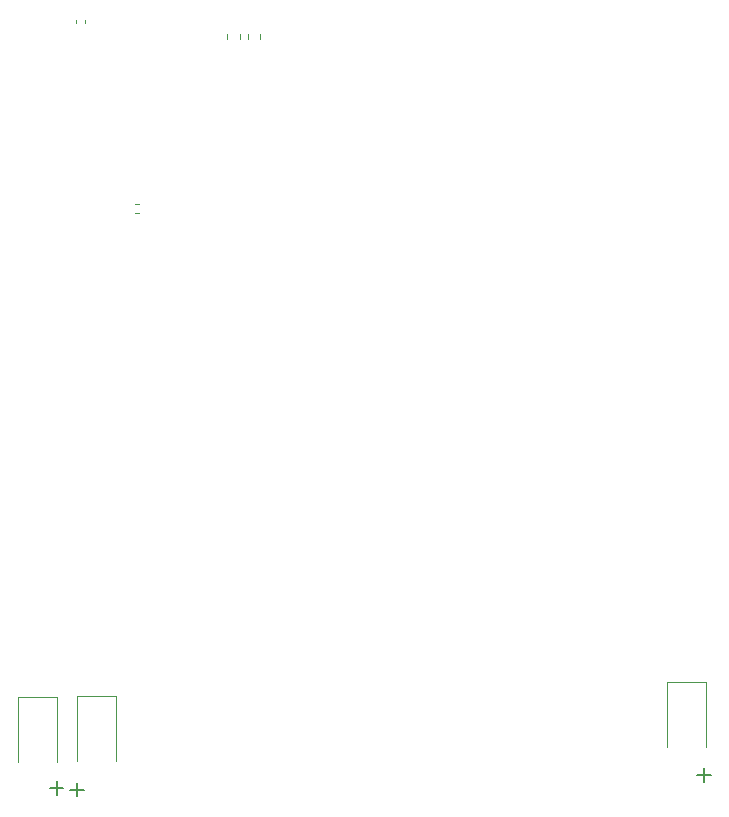
<source format=gbr>
%TF.GenerationSoftware,KiCad,Pcbnew,8.0.5*%
%TF.CreationDate,2024-11-23T22:59:17+07:00*%
%TF.ProjectId,Audio Processor V4,41756469-6f20-4507-926f-636573736f72,rev?*%
%TF.SameCoordinates,Original*%
%TF.FileFunction,Legend,Bot*%
%TF.FilePolarity,Positive*%
%FSLAX46Y46*%
G04 Gerber Fmt 4.6, Leading zero omitted, Abs format (unit mm)*
G04 Created by KiCad (PCBNEW 8.0.5) date 2024-11-23 22:59:17*
%MOMM*%
%LPD*%
G01*
G04 APERTURE LIST*
%ADD10C,0.200000*%
%ADD11C,0.120000*%
G04 APERTURE END LIST*
D10*
X94514181Y-176133720D02*
X94514181Y-177276578D01*
X95085609Y-176705149D02*
X93942752Y-176705149D01*
X92794981Y-177156279D02*
X92794981Y-176013422D01*
X92223552Y-176584850D02*
X93366409Y-176584850D01*
X147614181Y-174883720D02*
X147614181Y-176026578D01*
X148185609Y-175455149D02*
X147042752Y-175455149D01*
D11*
%TO.C,R5*%
X107232081Y-113182258D02*
X107232081Y-112707742D01*
X108277081Y-113182258D02*
X108277081Y-112707742D01*
%TO.C,D13*%
X144479581Y-173095000D02*
X144479581Y-167585000D01*
X147779581Y-167585000D02*
X144479581Y-167585000D01*
X147779581Y-173095000D02*
X147779581Y-167585000D01*
%TO.C,R14*%
X99758222Y-127140000D02*
X99450940Y-127140000D01*
X99758222Y-127900000D02*
X99450940Y-127900000D01*
%TO.C,D14*%
X94529581Y-174270000D02*
X94529581Y-168760000D01*
X97829581Y-168760000D02*
X94529581Y-168760000D01*
X97829581Y-174270000D02*
X97829581Y-168760000D01*
%TO.C,D11*%
X89529581Y-174370000D02*
X89529581Y-168860000D01*
X92829581Y-168860000D02*
X89529581Y-168860000D01*
X92829581Y-174370000D02*
X92829581Y-168860000D01*
%TO.C,C5*%
X94444581Y-111777836D02*
X94444581Y-111562164D01*
X95164581Y-111777836D02*
X95164581Y-111562164D01*
%TO.C,R6*%
X109007081Y-113182258D02*
X109007081Y-112707742D01*
X110052081Y-113182258D02*
X110052081Y-112707742D01*
%TD*%
M02*

</source>
